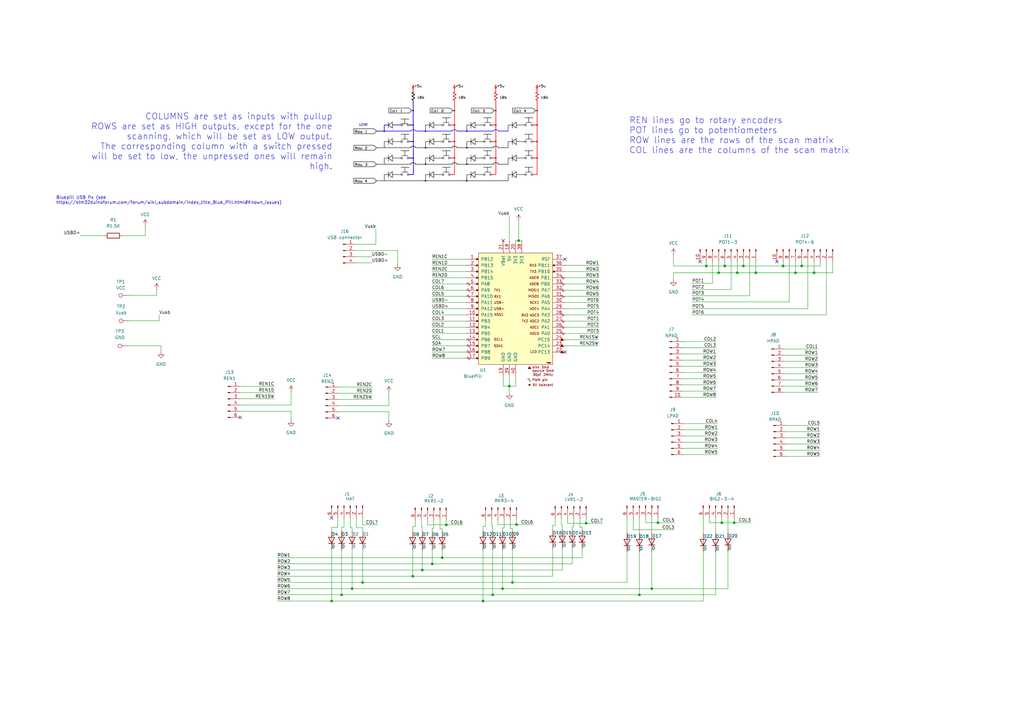
<source format=kicad_sch>
(kicad_sch (version 20211123) (generator eeschema)
  (paper "A3")
  (lib_symbols
    (symbol "Connector:Conn_01x04_Male" (pin_names (offset 1.016) hide)
      (property "Reference" "J" (at 0 5.08 0))
      (property "Value" "Conn_01x04_Male" (at 0 -7.62 0))
      (symbol "Conn_01x04_Male_1_1"
        (polyline (pts (xy 1.27 -5.08) (xy 0.8636 -5.08)) (stroke (width 0.1524)))
        (polyline (pts (xy 1.27 -2.54) (xy 0.8636 -2.54)) (stroke (width 0.1524)))
        (polyline (pts (xy 1.27 0) (xy 0.8636 0)) (stroke (width 0.1524)))
        (polyline (pts (xy 1.27 2.54) (xy 0.8636 2.54)) (stroke (width 0.1524)))
        (rectangle (start 0.8636 -4.953) (end 0 -5.207) (stroke (width 0.1524)) (fill (type outline)))
        (rectangle (start 0.8636 -2.413) (end 0 -2.667) (stroke (width 0.1524)) (fill (type outline)))
        (rectangle (start 0.8636 0.127) (end 0 -0.127) (stroke (width 0.1524)) (fill (type outline)))
        (rectangle (start 0.8636 2.667) (end 0 2.413) (stroke (width 0.1524)) (fill (type outline)))
        (pin passive line (at 5.08 2.54 180) (length 3.81) (name "Pin_1") (number "1"))
        (pin passive line (at 5.08 0 180) (length 3.81) (name "Pin_2") (number "2"))
        (pin passive line (at 5.08 -2.54 180) (length 3.81) (name "Pin_3") (number "3"))
        (pin passive line (at 5.08 -5.08 180) (length 3.81) (name "Pin_4") (number "4"))
      )
    )
    (symbol "Connector:Conn_01x06_Male" (pin_names (offset 1.016) hide)
      (property "Reference" "J" (at 0 7.62 0))
      (property "Value" "Conn_01x06_Male" (at 0 -10.16 0))
      (symbol "Conn_01x06_Male_1_1"
        (polyline (pts (xy 1.27 -7.62) (xy 0.8636 -7.62)) (stroke (width 0.1524)))
        (polyline (pts (xy 1.27 -5.08) (xy 0.8636 -5.08)) (stroke (width 0.1524)))
        (polyline (pts (xy 1.27 -2.54) (xy 0.8636 -2.54)) (stroke (width 0.1524)))
        (polyline (pts (xy 1.27 0) (xy 0.8636 0)) (stroke (width 0.1524)))
        (polyline (pts (xy 1.27 2.54) (xy 0.8636 2.54)) (stroke (width 0.1524)))
        (polyline (pts (xy 1.27 5.08) (xy 0.8636 5.08)) (stroke (width 0.1524)))
        (rectangle (start 0.8636 -7.493) (end 0 -7.747) (stroke (width 0.1524)) (fill (type outline)))
        (rectangle (start 0.8636 -4.953) (end 0 -5.207) (stroke (width 0.1524)) (fill (type outline)))
        (rectangle (start 0.8636 -2.413) (end 0 -2.667) (stroke (width 0.1524)) (fill (type outline)))
        (rectangle (start 0.8636 0.127) (end 0 -0.127) (stroke (width 0.1524)) (fill (type outline)))
        (rectangle (start 0.8636 2.667) (end 0 2.413) (stroke (width 0.1524)) (fill (type outline)))
        (rectangle (start 0.8636 5.207) (end 0 4.953) (stroke (width 0.1524)) (fill (type outline)))
        (pin passive line (at 5.08 5.08 180) (length 3.81) (name "Pin_1") (number "1"))
        (pin passive line (at 5.08 2.54 180) (length 3.81) (name "Pin_2") (number "2"))
        (pin passive line (at 5.08 0 180) (length 3.81) (name "Pin_3") (number "3"))
        (pin passive line (at 5.08 -2.54 180) (length 3.81) (name "Pin_4") (number "4"))
        (pin passive line (at 5.08 -5.08 180) (length 3.81) (name "Pin_5") (number "5"))
        (pin passive line (at 5.08 -7.62 180) (length 3.81) (name "Pin_6") (number "6"))
      )
    )
    (symbol "Connector:Conn_01x08_Male" (pin_names (offset 1.016) hide)
      (property "Reference" "J" (at 0 10.16 0))
      (property "Value" "Conn_01x08_Male" (at 0 -12.7 0))
      (symbol "Conn_01x08_Male_1_1"
        (polyline (pts (xy 1.27 -10.16) (xy 0.8636 -10.16)) (stroke (width 0.1524)))
        (polyline (pts (xy 1.27 -7.62) (xy 0.8636 -7.62)) (stroke (width 0.1524)))
        (polyline (pts (xy 1.27 -5.08) (xy 0.8636 -5.08)) (stroke (width 0.1524)))
        (polyline (pts (xy 1.27 -2.54) (xy 0.8636 -2.54)) (stroke (width 0.1524)))
        (polyline (pts (xy 1.27 0) (xy 0.8636 0)) (stroke (width 0.1524)))
        (polyline (pts (xy 1.27 2.54) (xy 0.8636 2.54)) (stroke (width 0.1524)))
        (polyline (pts (xy 1.27 5.08) (xy 0.8636 5.08)) (stroke (width 0.1524)))
        (polyline (pts (xy 1.27 7.62) (xy 0.8636 7.62)) (stroke (width 0.1524)))
        (rectangle (start 0.8636 -10.033) (end 0 -10.287) (stroke (width 0.1524)) (fill (type outline)))
        (rectangle (start 0.8636 -7.493) (end 0 -7.747) (stroke (width 0.1524)) (fill (type outline)))
        (rectangle (start 0.8636 -4.953) (end 0 -5.207) (stroke (width 0.1524)) (fill (type outline)))
        (rectangle (start 0.8636 -2.413) (end 0 -2.667) (stroke (width 0.1524)) (fill (type outline)))
        (rectangle (start 0.8636 0.127) (end 0 -0.127) (stroke (width 0.1524)) (fill (type outline)))
        (rectangle (start 0.8636 2.667) (end 0 2.413) (stroke (width 0.1524)) (fill (type outline)))
        (rectangle (start 0.8636 5.207) (end 0 4.953) (stroke (width 0.1524)) (fill (type outline)))
        (rectangle (start 0.8636 7.747) (end 0 7.493) (stroke (width 0.1524)) (fill (type outline)))
        (pin passive line (at 5.08 7.62 180) (length 3.81) (name "Pin_1") (number "1"))
        (pin passive line (at 5.08 5.08 180) (length 3.81) (name "Pin_2") (number "2"))
        (pin passive line (at 5.08 2.54 180) (length 3.81) (name "Pin_3") (number "3"))
        (pin passive line (at 5.08 0 180) (length 3.81) (name "Pin_4") (number "4"))
        (pin passive line (at 5.08 -2.54 180) (length 3.81) (name "Pin_5") (number "5"))
        (pin passive line (at 5.08 -5.08 180) (length 3.81) (name "Pin_6") (number "6"))
        (pin passive line (at 5.08 -7.62 180) (length 3.81) (name "Pin_7") (number "7"))
        (pin passive line (at 5.08 -10.16 180) (length 3.81) (name "Pin_8") (number "8"))
      )
    )
    (symbol "Connector:Conn_01x10_Male" (pin_names (offset 1.016) hide)
      (property "Reference" "J" (at 0 12.7 0))
      (property "Value" "Conn_01x10_Male" (at 0 -15.24 0))
      (symbol "Conn_01x10_Male_1_1"
        (polyline (pts (xy 1.27 -12.7) (xy 0.8636 -12.7)) (stroke (width 0.1524)))
        (polyline (pts (xy 1.27 -10.16) (xy 0.8636 -10.16)) (stroke (width 0.1524)))
        (polyline (pts (xy 1.27 -7.62) (xy 0.8636 -7.62)) (stroke (width 0.1524)))
        (polyline (pts (xy 1.27 -5.08) (xy 0.8636 -5.08)) (stroke (width 0.1524)))
        (polyline (pts (xy 1.27 -2.54) (xy 0.8636 -2.54)) (stroke (width 0.1524)))
        (polyline (pts (xy 1.27 0) (xy 0.8636 0)) (stroke (width 0.1524)))
        (polyline (pts (xy 1.27 2.54) (xy 0.8636 2.54)) (stroke (width 0.1524)))
        (polyline (pts (xy 1.27 5.08) (xy 0.8636 5.08)) (stroke (width 0.1524)))
        (polyline (pts (xy 1.27 7.62) (xy 0.8636 7.62)) (stroke (width 0.1524)))
        (polyline (pts (xy 1.27 10.16) (xy 0.8636 10.16)) (stroke (width 0.1524)))
        (rectangle (start 0.8636 -12.573) (end 0 -12.827) (stroke (width 0.1524)) (fill (type outline)))
        (rectangle (start 0.8636 -10.033) (end 0 -10.287) (stroke (width 0.1524)) (fill (type outline)))
        (rectangle (start 0.8636 -7.493) (end 0 -7.747) (stroke (width 0.1524)) (fill (type outline)))
        (rectangle (start 0.8636 -4.953) (end 0 -5.207) (stroke (width 0.1524)) (fill (type outline)))
        (rectangle (start 0.8636 -2.413) (end 0 -2.667) (stroke (width 0.1524)) (fill (type outline)))
        (rectangle (start 0.8636 0.127) (end 0 -0.127) (stroke (width 0.1524)) (fill (type outline)))
        (rectangle (start 0.8636 2.667) (end 0 2.413) (stroke (width 0.1524)) (fill (type outline)))
        (rectangle (start 0.8636 5.207) (end 0 4.953) (stroke (width 0.1524)) (fill (type outline)))
        (rectangle (start 0.8636 7.747) (end 0 7.493) (stroke (width 0.1524)) (fill (type outline)))
        (rectangle (start 0.8636 10.287) (end 0 10.033) (stroke (width 0.1524)) (fill (type outline)))
        (pin passive line (at 5.08 10.16 180) (length 3.81) (name "Pin_1") (number "1"))
        (pin passive line (at 5.08 -12.7 180) (length 3.81) (name "Pin_10") (number "10"))
        (pin passive line (at 5.08 7.62 180) (length 3.81) (name "Pin_2") (number "2"))
        (pin passive line (at 5.08 5.08 180) (length 3.81) (name "Pin_3") (number "3"))
        (pin passive line (at 5.08 2.54 180) (length 3.81) (name "Pin_4") (number "4"))
        (pin passive line (at 5.08 0 180) (length 3.81) (name "Pin_5") (number "5"))
        (pin passive line (at 5.08 -2.54 180) (length 3.81) (name "Pin_6") (number "6"))
        (pin passive line (at 5.08 -5.08 180) (length 3.81) (name "Pin_7") (number "7"))
        (pin passive line (at 5.08 -7.62 180) (length 3.81) (name "Pin_8") (number "8"))
        (pin passive line (at 5.08 -10.16 180) (length 3.81) (name "Pin_9") (number "9"))
      )
    )
    (symbol "Connector:TestPoint" (pin_numbers hide) (pin_names (offset 0.762) hide)
      (property "Reference" "TP" (at 0 6.858 0))
      (property "Value" "TestPoint" (at 0 5.08 0))
      (symbol "TestPoint_0_1"
        (circle (center 0 3.302) (radius 0.762))
      )
      (symbol "TestPoint_1_1"
        (pin passive line (at 0 0 90) (length 2.54) (name "1") (number "1"))
      )
    )
    (symbol "Device:D" (pin_numbers hide) (pin_names (offset 1.016) hide)
      (property "Reference" "D" (at 0 2.54 0))
      (property "Value" "D" (at 0 -2.54 0))
      (symbol "D_0_1"
        (polyline (pts (xy -1.27 1.27) (xy -1.27 -1.27)) (stroke (width 0.254)))
        (polyline (pts (xy 1.27 0) (xy -1.27 0)))
        (polyline (pts (xy 1.27 1.27) (xy 1.27 -1.27) (xy -1.27 0) (xy 1.27 1.27)) (stroke (width 0.254)))
      )
      (symbol "D_1_1"
        (pin passive line (at -3.81 0 0) (length 2.54) (name "K") (number "1"))
        (pin passive line (at 3.81 0 180) (length 2.54) (name "A") (number "2"))
      )
    )
    (symbol "Device:R" (pin_numbers hide) (pin_names (offset 0))
      (property "Reference" "R" (at 2.032 0 90))
      (property "Value" "R" (at 0 0 90))
      (symbol "R_0_1"
        (rectangle (start -1.016 -2.54) (end 1.016 2.54) (stroke (width 0.254)))
      )
      (symbol "R_1_1"
        (pin passive line (at 0 3.81 270) (length 1.27) (name "~") (number "1"))
        (pin passive line (at 0 -3.81 90) (length 1.27) (name "~") (number "2"))
      )
    )
    (symbol "bluepill:YAAJ_BluePill" (pin_names (offset 1.016))
      (property "Reference" "U" (at -13.97 24.13 0))
      (property "Value" "YAAJ_BluePill" (at 0 6.35 90))
      (symbol "YAAJ_BluePill_0_0"
        (circle (center -15.748 -20.32) (radius 0.3556) (fill (type outline)))
        (circle (center -15.748 -17.78) (radius 0.3556) (fill (type outline)))
        (circle (center -15.748 -15.24) (radius 0.3556) (fill (type outline)))
        (circle (center -15.748 -12.7) (radius 0.3556) (fill (type outline)))
        (circle (center -15.748 -10.16) (radius 0.3556) (fill (type outline)))
        (circle (center -15.748 -7.62) (radius 0.3556) (fill (type outline)))
        (circle (center -15.748 -5.08) (radius 0.3556) (fill (type outline)))
        (circle (center -15.748 -2.54) (radius 0.3556) (fill (type outline)))
        (circle (center -15.748 0) (radius 0.3556) (fill (type outline)))
        (circle (center -15.748 2.54) (radius 0.3556) (fill (type outline)))
        (circle (center -15.748 5.08) (radius 0.3556) (fill (type outline)))
        (circle (center -15.748 7.62) (radius 0.3556) (fill (type outline)))
        (circle (center -15.748 10.16) (radius 0.3556) (fill (type outline)))
        (circle (center -15.748 12.7) (radius 0.3556) (fill (type outline)))
        (circle (center -15.748 15.24) (radius 0.3556) (fill (type outline)))
        (circle (center -15.748 20.32) (radius 0.3556) (fill (type outline)))
        (polyline (pts (xy 5.08 -24.638) (xy 5.715 -23.622) (xy 6.35 -24.638) (xy 5.08 -24.638) (xy 5.715 -23.749) (xy 6.223 -24.638) (xy 5.207 -24.511) (xy 5.715 -23.876) (xy 6.096 -24.638) (xy 5.334 -24.384) (xy 5.842 -24.003) (xy 5.969 -24.638) (xy 5.461 -24.257) (xy 5.969 -24.13) (xy 5.842 -24.511) (xy 5.588 -24.257) (xy 5.842 -24.384) (xy 5.715 -24.13)))
        (polyline (pts (xy 18.415 -18.161) (xy 19.05 -17.145) (xy 19.685 -18.161) (xy 18.415 -18.161) (xy 19.05 -17.272) (xy 19.558 -18.161) (xy 18.542 -18.034) (xy 19.05 -17.399) (xy 19.431 -18.161) (xy 18.669 -17.907) (xy 19.177 -17.526) (xy 19.304 -18.161) (xy 18.796 -17.78) (xy 19.304 -17.653) (xy 19.177 -18.034) (xy 18.923 -17.78) (xy 19.177 -17.907) (xy 19.05 -17.653)))
        (polyline (pts (xy 18.415 -15.621) (xy 19.05 -14.605) (xy 19.685 -15.621) (xy 18.415 -15.621) (xy 19.05 -14.732) (xy 19.558 -15.621) (xy 18.542 -15.494) (xy 19.05 -14.859) (xy 19.431 -15.621) (xy 18.669 -15.367) (xy 19.177 -14.986) (xy 19.304 -15.621) (xy 18.796 -15.24) (xy 19.304 -15.113) (xy 19.177 -15.494) (xy 18.923 -15.24) (xy 19.177 -15.367) (xy 19.05 -15.113)))
        (polyline (pts (xy 18.415 -13.081) (xy 19.05 -12.065) (xy 19.685 -13.081) (xy 18.415 -13.081) (xy 19.05 -12.192) (xy 19.558 -13.081) (xy 18.542 -12.954) (xy 19.05 -12.319) (xy 19.431 -13.081) (xy 18.669 -12.827) (xy 19.177 -12.446) (xy 19.304 -13.081) (xy 18.796 -12.7) (xy 19.304 -12.573) (xy 19.177 -12.954) (xy 18.923 -12.7) (xy 19.177 -12.827) (xy 19.05 -12.573)))
        (circle (center 5.715 -31.242) (radius 0.127) (fill (type outline)))
        (circle (center 5.715 -31.242) (radius 0.254))
        (circle (center 5.715 -31.242) (radius 0.3556))
        (circle (center 15.748 15.24) (radius 0.254) (fill (type outline)))
        (circle (center 15.748 15.24) (radius 0.3556))
        (circle (center 15.748 17.78) (radius 0.254) (fill (type outline)))
        (circle (center 15.748 17.78) (radius 0.3556))
        (text "30pF 2MHz" (at 11.176 -27.051 0) (effects (font (size 0.9906 0.9906))))
        (text "5V tolerant" (at 11.176 -31.242 0) (effects (font (size 0.9906 0.9906))))
        (text "ADC0" (at 7.747 -10.16 0) (effects (font (size 0.9906 0.9906))))
        (text "ADC1" (at 7.747 -7.62 0) (effects (font (size 0.9906 0.9906))))
        (text "ADC2" (at 7.747 -5.08 0) (effects (font (size 0.9906 0.9906))))
        (text "ADC3" (at 7.747 -2.667 0) (effects (font (size 0.9906 0.9906))))
        (text "ADC4" (at 7.747 0 0) (effects (font (size 0.9906 0.9906))))
        (text "ADC8" (at 7.62 10.16 0) (effects (font (size 0.9906 0.9906))))
        (text "ADC9" (at 7.62 12.7 0) (effects (font (size 0.9906 0.9906))))
        (text "LED" (at 7.366 -17.653 0) (effects (font (size 0.9906 0.9906))))
        (text "MISO1" (at 7.493 5.08 0) (effects (font (size 0.9906 0.9906))))
        (text "MOSI1" (at 7.493 7.62 0) (effects (font (size 0.9906 0.9906))))
        (text "NSS1" (at -6.858 -2.413 0) (effects (font (size 0.9906 0.9906))))
        (text "PWM pin" (at 10.033 -29.21 0) (effects (font (size 0.9906 0.9906))))
        (text "RX1" (at -7.366 4.953 0) (effects (font (size 0.9906 0.9906))))
        (text "RX2" (at 3.81 -2.667 0) (effects (font (size 0.9906 0.9906))))
        (text "RX3" (at 7.112 17.78 0) (effects (font (size 0.9906 0.9906))))
        (text "SCK1" (at 7.747 2.54 0) (effects (font (size 0.9906 0.9906))))
        (text "SCL1" (at -6.985 -12.573 0) (effects (font (size 0.9906 0.9906))))
        (text "SDA1" (at -6.985 -15.24 0) (effects (font (size 0.9906 0.9906))))
        (text "sink 3mA" (at 10.287 -24.003 0) (effects (font (size 0.9906 0.9906))))
        (text "source 0mA" (at 11.303 -25.4 0) (effects (font (size 0.9906 0.9906))))
        (text "TX1" (at -7.493 7.62 0) (effects (font (size 0.9906 0.9906))))
        (text "TX2" (at 3.81 -5.08 0) (effects (font (size 0.9906 0.9906))))
        (text "TX3" (at 7.239 15.24 0) (effects (font (size 0.9906 0.9906))))
        (text "USB+" (at -6.731 0 0) (effects (font (size 0.9906 0.9906))))
        (text "USB-" (at -6.731 2.54 0) (effects (font (size 0.9906 0.9906))))
        (text "Y@@J" (at 13.6906 -22.1488 0) (effects (font (size 0.508 0.508))))
      )
      (symbol "YAAJ_BluePill_0_1"
        (rectangle (start -15.24 22.86) (end 15.24 -22.86) (fill (type background)))
        (polyline (pts (xy -18.796 -20.32) (xy -18.796 -20.828) (xy -19.304 -20.828) (xy -19.304 -19.812) (xy -19.812 -19.812) (xy -19.812 -20.32)))
        (polyline (pts (xy -18.796 -17.78) (xy -18.796 -18.288) (xy -19.304 -18.288) (xy -19.304 -17.272) (xy -19.812 -17.272) (xy -19.812 -17.78)))
        (polyline (pts (xy -18.796 -15.24) (xy -18.796 -15.748) (xy -19.304 -15.748) (xy -19.304 -14.732) (xy -19.812 -14.732) (xy -19.812 -15.24)))
        (polyline (pts (xy -18.796 -12.7) (xy -18.796 -13.208) (xy -19.304 -13.208) (xy -19.304 -12.192) (xy -19.812 -12.192) (xy -19.812 -12.7)))
        (polyline (pts (xy -18.796 5.08) (xy -18.796 4.572) (xy -19.304 4.572) (xy -19.304 5.588) (xy -19.812 5.588) (xy -19.812 5.08)))
        (polyline (pts (xy -18.796 7.62) (xy -18.796 7.112) (xy -19.304 7.112) (xy -19.304 8.128) (xy -19.812 8.128) (xy -19.812 7.62)))
        (polyline (pts (xy -18.796 10.16) (xy -18.796 9.652) (xy -19.304 9.652) (xy -19.304 10.668) (xy -19.812 10.668) (xy -19.812 10.16)))
        (polyline (pts (xy 6.096 -29.21) (xy 6.096 -29.718) (xy 5.588 -29.718) (xy 5.588 -28.702) (xy 5.08 -28.702) (xy 5.08 -29.21)))
        (polyline (pts (xy 19.812 -10.16) (xy 19.812 -10.668) (xy 19.304 -10.668) (xy 19.304 -9.652) (xy 18.796 -9.652) (xy 18.796 -10.16)))
        (polyline (pts (xy 19.812 -7.62) (xy 19.812 -8.128) (xy 19.304 -8.128) (xy 19.304 -7.112) (xy 18.796 -7.112) (xy 18.796 -7.62)))
        (polyline (pts (xy 19.812 -5.08) (xy 19.812 -5.588) (xy 19.304 -5.588) (xy 19.304 -4.572) (xy 18.796 -4.572) (xy 18.796 -5.08)))
        (polyline (pts (xy 19.812 -2.54) (xy 19.812 -3.048) (xy 19.304 -3.048) (xy 19.304 -2.032) (xy 18.796 -2.032) (xy 18.796 -2.54)))
        (polyline (pts (xy 19.812 5.08) (xy 19.812 4.572) (xy 19.304 4.572) (xy 19.304 5.588) (xy 18.796 5.588) (xy 18.796 5.08)))
        (polyline (pts (xy 19.812 7.62) (xy 19.812 7.112) (xy 19.304 7.112) (xy 19.304 8.128) (xy 18.796 8.128) (xy 18.796 7.62)))
        (polyline (pts (xy 19.812 10.16) (xy 19.812 9.652) (xy 19.304 9.652) (xy 19.304 10.668) (xy 18.796 10.668) (xy 18.796 10.16)))
        (polyline (pts (xy 19.812 12.7) (xy 19.812 12.192) (xy 19.304 12.192) (xy 19.304 13.208) (xy 18.796 13.208) (xy 18.796 12.7)))
      )
      (symbol "YAAJ_BluePill_1_1"
        (circle (center -15.748 17.78) (radius 0.3556) (fill (type outline)))
        (pin bidirectional line (at -20.32 20.32 0) (length 5.08) (name "PB12") (number "1"))
        (pin bidirectional line (at -20.32 -2.54 0) (length 5.08) (name "PA15") (number "10"))
        (pin bidirectional line (at -20.32 -5.08 0) (length 5.08) (name "PB3") (number "11"))
        (pin bidirectional line (at -20.32 -7.62 0) (length 5.08) (name "PB4") (number "12"))
        (pin bidirectional line (at -20.32 -10.16 0) (length 5.08) (name "PB5") (number "13"))
        (pin bidirectional line (at -20.32 -12.7 0) (length 5.08) (name "PB6") (number "14"))
        (pin bidirectional line (at -20.32 -15.24 0) (length 5.08) (name "PB7") (number "15"))
        (pin bidirectional line (at -20.32 -17.78 0) (length 5.08) (name "PB8") (number "16"))
        (pin bidirectional line (at -20.32 -20.32 0) (length 5.08) (name "PB9") (number "17"))
        (pin power_in line (at -2.54 27.94 270) (length 5.08) (name "5V") (number "18"))
        (pin power_in line (at -5.08 -27.94 90) (length 5.08) (name "GND") (number "19"))
        (pin bidirectional line (at -20.32 17.78 0) (length 5.08) (name "PB13") (number "2"))
        (pin power_in line (at 0 27.94 270) (length 5.08) (name "3V3") (number "20"))
        (pin power_in line (at -5.08 27.94 270) (length 5.08) (name "VBat") (number "21"))
        (pin bidirectional line (at 20.32 -17.78 180) (length 5.08) (name "PC13") (number "22"))
        (pin bidirectional line (at 20.32 -15.24 180) (length 5.08) (name "PC14") (number "23"))
        (pin bidirectional line (at 20.32 -12.7 180) (length 5.08) (name "PC15") (number "24"))
        (pin bidirectional line (at 20.32 -10.16 180) (length 5.08) (name "PA0") (number "25"))
        (pin bidirectional line (at 20.32 -7.62 180) (length 5.08) (name "PA1") (number "26"))
        (pin bidirectional line (at 20.32 -5.08 180) (length 5.08) (name "PA2") (number "27"))
        (pin bidirectional line (at 20.32 -2.54 180) (length 5.08) (name "PA3") (number "28"))
        (pin bidirectional line (at 20.32 0 180) (length 5.08) (name "PA4") (number "29"))
        (pin bidirectional line (at -20.32 15.24 0) (length 5.08) (name "PB14") (number "3"))
        (pin bidirectional line (at 20.32 2.54 180) (length 5.08) (name "PA5") (number "30"))
        (pin bidirectional line (at 20.32 5.08 180) (length 5.08) (name "PA6") (number "31"))
        (pin bidirectional line (at 20.32 7.62 180) (length 5.08) (name "PA7") (number "32"))
        (pin bidirectional line (at 20.32 10.16 180) (length 5.08) (name "PB0") (number "33"))
        (pin bidirectional line (at 20.32 12.7 180) (length 5.08) (name "PB1") (number "34"))
        (pin bidirectional line (at 20.32 15.24 180) (length 5.08) (name "PB10") (number "35"))
        (pin bidirectional line (at 20.32 17.78 180) (length 5.08) (name "PB11") (number "36"))
        (pin input line (at 20.32 20.32 180) (length 5.08) (name "RST") (number "37"))
        (pin power_in line (at 2.54 27.94 270) (length 5.08) (name "3V3") (number "38"))
        (pin power_in line (at -2.54 -27.94 90) (length 5.08) (name "GND") (number "39"))
        (pin bidirectional line (at -20.32 12.7 0) (length 5.08) (name "PB15") (number "4"))
        (pin power_in line (at 0 -27.94 90) (length 5.08) (name "GND") (number "40"))
        (pin bidirectional line (at -20.32 10.16 0) (length 5.08) (name "PA8") (number "5"))
        (pin bidirectional line (at -20.32 7.62 0) (length 5.08) (name "PA9") (number "6"))
        (pin bidirectional line (at -20.32 5.08 0) (length 5.08) (name "PA10") (number "7"))
        (pin bidirectional line (at -20.32 2.54 0) (length 5.08) (name "PA11") (number "8"))
        (pin bidirectional line (at -20.32 0 0) (length 5.08) (name "PA12") (number "9"))
      )
    )
    (symbol "power:GND" (power) (pin_names (offset 0))
      (property "Value" "GND" (at 0 -3.81 0))
      (symbol "GND_0_1"
        (polyline (pts (xy 0 0) (xy 0 -1.27) (xy 1.27 -1.27) (xy 0 -2.54) (xy -1.27 -1.27) (xy 0 -1.27)))
      )
      (symbol "GND_1_1"
        (pin power_in line (at 0 0 270) (length 0) hide (name "GND") (number "1"))
      )
    )
    (symbol "power:VCC" (power) (pin_names (offset 0))
      (property "Value" "VCC" (at 0 3.81 0))
      (symbol "VCC_0_1"
        (polyline (pts (xy -0.762 1.27) (xy 0 2.54)))
        (polyline (pts (xy 0 0) (xy 0 2.54)))
        (polyline (pts (xy 0 2.54) (xy 0.762 1.27)))
      )
      (symbol "VCC_1_1"
        (pin power_in line (at 0 0 90) (length 0) hide (name "VCC") (number "1"))
      )
    )
  )
  (junction (at 294.767 111.887))
  (junction (at 304.927 109.093))
  (junction (at 212.725 98.679))
  (junction (at 210.185 238.887))
  (junction (at 136.017 246.507))
  (junction (at 297.307 109.093))
  (junction (at 321.183 109.093))
  (junction (at 202.057 243.967))
  (junction (at 301.117 214.376))
  (junction (at 326.263 111.887))
  (junction (at 296.037 214.376))
  (junction (at 169.291 236.347))
  (junction (at 148.717 238.887))
  (junction (at 173.228 233.807))
  (junction (at 206.121 241.427))
  (junction (at 144.399 241.427))
  (junction (at 208.915 158.369))
  (junction (at 267.335 241.427))
  (junction (at 328.803 109.093))
  (junction (at 262.255 243.967))
  (junction (at 211.836 215.138))
  (junction (at 310.007 111.887))
  (junction (at 269.875 214.376))
  (junction (at 333.883 111.887))
  (junction (at 302.387 111.887))
  (junction (at 198.12 246.507))
  (junction (at 140.081 243.967))
  (junction (at 240.411 214.63))
  (junction (at 289.687 109.093))
  (junction (at 181.356 228.727))
  (junction (at 183.007 215.265))
  (junction (at 177.292 231.267))
  (no_connect (at 138.684 171.45))
  (no_connect (at 231.775 144.399))
  (no_connect (at 231.775 106.299))
  (no_connect (at 206.375 98.679))
  (no_connect (at 318.643 107.315))
  (no_connect (at 136.017 212.471))
  (no_connect (at 98.552 171.196))
  (no_connect (at 287.147 107.315))
  (wire (pts (xy 259.715 212.471) (xy 259.715 217.297)))
  (wire (pts (xy 177.927 216.662) (xy 177.292 216.662)))
  (wire (pts (xy 294.767 107.315) (xy 294.767 111.887)))
  (wire (pts (xy 32.9475 96.647) (xy 32.9475 96.5011)))
  (wire (pts (xy 138.684 158.75) (xy 152.654 158.75)))
  (wire (pts (xy 257.175 238.887) (xy 210.185 238.887)))
  (wire (pts (xy 113.665 243.967) (xy 140.081 243.967)))
  (wire (pts (xy 198.12 225.425) (xy 198.12 246.507)))
  (wire (pts (xy 333.883 111.887) (xy 341.503 111.887)))
  (wire (pts (xy 298.577 226.06) (xy 298.577 241.427)))
  (wire (pts (xy 294.767 111.887) (xy 302.387 111.887)))
  (wire (pts (xy 177.292 216.662) (xy 177.292 217.932)))
  (wire (pts (xy 237.871 216.281) (xy 238.76 216.281)))
  (wire (pts (xy 212.725 98.679) (xy 213.995 98.679)))
  (wire (pts (xy 321.564 155.829) (xy 335.534 155.829)))
  (wire (pts (xy 336.423 109.093) (xy 328.803 109.093)))
  (wire (pts (xy 177.165 139.319) (xy 191.135 139.319)))
  (wire (pts (xy 230.632 224.917) (xy 230.632 233.807)))
  (wire (pts (xy 173.228 216.027) (xy 173.228 217.932)))
  (wire (pts (xy 209.296 213.233) (xy 209.296 216.789)))
  (wire (pts (xy 113.665 231.267) (xy 177.292 231.267)))
  (wire (pts (xy 323.723 123.825) (xy 283.845 123.825)))
  (wire (pts (xy 262.255 226.314) (xy 262.255 243.967)))
  (wire (pts (xy 304.927 107.315) (xy 304.927 109.093)))
  (wire (pts (xy 201.676 213.233) (xy 201.676 215.9)))
  (wire (pts (xy 279.781 162.941) (xy 293.751 162.941)))
  (wire (pts (xy 231.775 111.379) (xy 245.745 111.379)))
  (wire (pts (xy 288.417 246.507) (xy 198.12 246.507)))
  (wire (pts (xy 202.057 243.967) (xy 262.255 243.967)))
  (wire (pts (xy 267.335 241.427) (xy 298.577 241.427)))
  (wire (pts (xy 321.183 107.315) (xy 321.183 109.093)))
  (wire (pts (xy 143.637 212.471) (xy 143.637 216.408)))
  (wire (pts (xy 206.375 158.369) (xy 206.375 154.559)))
  (wire (pts (xy 113.665 233.807) (xy 173.228 233.807)))
  (wire (pts (xy 331.343 126.619) (xy 283.845 126.619)))
  (wire (pts (xy 321.564 148.209) (xy 335.534 148.209)))
  (wire (pts (xy 173.228 233.807) (xy 230.632 233.807)))
  (wire (pts (xy 141.097 212.471) (xy 141.097 216.281)))
  (wire (pts (xy 169.291 236.347) (xy 226.695 236.347)))
  (wire (pts (xy 138.557 212.471) (xy 138.557 216.281)))
  (wire (pts (xy 113.665 238.887) (xy 148.717 238.887)))
  (wire (pts (xy 310.007 107.315) (xy 310.007 111.887)))
  (wire (pts (xy 145.796 107.823) (xy 152.4 107.823)))
  (wire (pts (xy 119.38 168.656) (xy 119.38 172.339)))
  (wire (pts (xy 280.416 181.356) (xy 294.386 181.356)))
  (wire (pts (xy 210.185 225.425) (xy 210.185 238.887)))
  (wire (pts (xy 173.228 225.552) (xy 173.228 233.807)))
  (wire (pts (xy 296.037 214.376) (xy 290.957 214.376)))
  (wire (pts (xy 177.165 144.399) (xy 191.135 144.399)))
  (wire (pts (xy 240.411 212.725) (xy 240.411 214.63)))
  (wire (pts (xy 198.12 215.9) (xy 198.12 217.805)))
  (wire (pts (xy 65.278 131.572) (xy 65.278 129.159)))
  (wire (pts (xy 231.775 124.079) (xy 245.745 124.079)))
  (wire (pts (xy 177.165 113.919) (xy 191.135 113.919)))
  (wire (pts (xy 307.467 107.315) (xy 307.467 121.285)))
  (wire (pts (xy 212.725 98.679) (xy 212.725 90.551)))
  (wire (pts (xy 302.387 107.315) (xy 302.387 111.887)))
  (wire (pts (xy 234.696 216.027) (xy 234.696 217.297)))
  (wire (pts (xy 138.684 161.29) (xy 152.654 161.29)))
  (wire (pts (xy 289.687 109.093) (xy 276.225 109.093)))
  (wire (pts (xy 237.871 212.725) (xy 237.871 216.281)))
  (wire (pts (xy 231.775 131.699) (xy 245.745 131.699)))
  (wire (pts (xy 238.76 216.281) (xy 238.76 217.297)))
  (wire (pts (xy 98.552 163.576) (xy 112.522 163.576)))
  (wire (pts (xy 159.512 168.91) (xy 159.512 172.593)))
  (wire (pts (xy 331.343 107.315) (xy 331.343 126.619)))
  (wire (pts (xy 302.387 111.887) (xy 310.007 111.887)))
  (wire (pts (xy 307.467 121.285) (xy 283.845 121.285)))
  (wire (pts (xy 113.665 228.727) (xy 181.356 228.727)))
  (wire (pts (xy 177.165 136.779) (xy 191.135 136.779)))
  (wire (pts (xy 206.756 213.233) (xy 206.756 216.535)))
  (wire (pts (xy 230.632 215.392) (xy 230.632 217.297)))
  (wire (pts (xy 170.307 216.027) (xy 169.291 216.027)))
  (wire (pts (xy 257.175 212.471) (xy 257.175 218.694)))
  (wire (pts (xy 276.225 109.093) (xy 276.225 104.521)))
  (wire (pts (xy 159.512 166.37) (xy 159.512 161.036)))
  (wire (pts (xy 199.136 215.9) (xy 198.12 215.9)))
  (wire (pts (xy 231.775 141.859) (xy 245.491 141.859)))
  (wire (pts (xy 276.733 214.376) (xy 269.875 214.376)))
  (wire (pts (xy 146.177 216.408) (xy 148.717 216.408)))
  (wire (pts (xy 177.165 116.459) (xy 191.135 116.459)))
  (wire (pts (xy 204.216 215.138) (xy 204.216 213.233)))
  (wire (pts (xy 177.165 124.079) (xy 191.135 124.079)))
  (wire (pts (xy 231.775 108.839) (xy 245.745 108.839)))
  (wire (pts (xy 140.081 225.425) (xy 140.081 243.967)))
  (wire (pts (xy 231.775 134.239) (xy 245.745 134.239)))
  (wire (pts (xy 148.717 215.265) (xy 155.067 215.265)))
  (wire (pts (xy 98.552 161.036) (xy 112.522 161.036)))
  (wire (pts (xy 323.723 107.315) (xy 323.723 123.825)))
  (wire (pts (xy 279.781 152.781) (xy 293.751 152.781)))
  (wire (pts (xy 145.796 102.743) (xy 163.068 102.743)))
  (wire (pts (xy 140.081 243.967) (xy 202.057 243.967)))
  (wire (pts (xy 177.927 213.36) (xy 177.927 216.662)))
  (wire (pts (xy 181.356 216.916) (xy 181.356 217.932)))
  (wire (pts (xy 338.963 107.315) (xy 338.963 129.159)))
  (wire (pts (xy 279.781 145.161) (xy 293.751 145.161)))
  (wire (pts (xy 181.356 228.727) (xy 238.76 228.727)))
  (wire (pts (xy 279.781 142.621) (xy 293.751 142.621)))
  (wire (pts (xy 322.326 177.038) (xy 336.296 177.038)))
  (wire (pts (xy 144.399 225.425) (xy 144.399 241.427)))
  (wire (pts (xy 231.775 129.159) (xy 245.745 129.159)))
  (wire (pts (xy 321.564 143.129) (xy 335.534 143.129)))
  (wire (pts (xy 264.795 214.376) (xy 269.875 214.376)))
  (wire (pts (xy 264.795 212.471) (xy 264.795 214.376)))
  (wire (pts (xy 226.695 215.392) (xy 226.695 217.297)))
  (wire (pts (xy 336.423 107.315) (xy 336.423 109.093)))
  (wire (pts (xy 64.262 121.158) (xy 64.262 118.745)))
  (wire (pts (xy 299.847 107.315) (xy 299.847 118.745)))
  (wire (pts (xy 262.255 243.967) (xy 293.497 243.967)))
  (wire (pts (xy 177.165 131.699) (xy 191.135 131.699)))
  (wire (pts (xy 177.165 134.239) (xy 191.135 134.239)))
  (wire (pts (xy 247.269 214.63) (xy 240.411 214.63)))
  (wire (pts (xy 172.847 216.027) (xy 173.228 216.027)))
  (wire (pts (xy 322.326 184.658) (xy 336.296 184.658)))
  (wire (pts (xy 259.715 217.297) (xy 276.606 217.297)))
  (wire (pts (xy 177.165 146.939) (xy 191.135 146.939)))
  (wire (pts (xy 208.915 98.679) (xy 208.915 88.519)))
  (wire (pts (xy 231.775 121.539) (xy 245.745 121.539)))
  (wire (pts (xy 206.121 216.535) (xy 206.121 217.805)))
  (wire (pts (xy 301.117 212.471) (xy 301.117 214.376)))
  (wire (pts (xy 175.387 215.265) (xy 175.387 213.36)))
  (wire (pts (xy 208.915 158.369) (xy 211.455 158.369)))
  (wire (pts (xy 321.564 150.749) (xy 335.534 150.749)))
  (wire (pts (xy 169.291 225.552) (xy 169.291 236.347)))
  (wire (pts (xy 145.796 100.203) (xy 154.178 100.203)))
  (wire (pts (xy 231.775 116.459) (xy 245.745 116.459)))
  (wire (pts (xy 235.331 216.027) (xy 234.696 216.027)))
  (wire (pts (xy 177.165 111.379) (xy 191.135 111.379)))
  (wire (pts (xy 136.017 216.281) (xy 136.017 217.805)))
  (wire (pts (xy 59.563 96.647) (xy 50.292 96.647)))
  (wire (pts (xy 231.775 136.779) (xy 245.745 136.779)))
  (wire (pts (xy 232.791 214.63) (xy 232.791 212.725)))
  (wire (pts (xy 206.121 241.427) (xy 267.335 241.427)))
  (wire (pts (xy 209.296 216.789) (xy 210.185 216.789)))
  (wire (pts (xy 202.057 215.9) (xy 202.057 217.805)))
  (wire (pts (xy 148.717 238.887) (xy 210.185 238.887)))
  (wire (pts (xy 321.183 109.093) (xy 304.927 109.093)))
  (wire (pts (xy 328.803 109.093) (xy 321.183 109.093)))
  (wire (pts (xy 235.331 212.725) (xy 235.331 216.027)))
  (wire (pts (xy 177.165 108.839) (xy 191.135 108.839)))
  (wire (pts (xy 211.455 158.369) (xy 211.455 154.559)))
  (wire (pts (xy 276.225 111.887) (xy 276.225 114.681)))
  (wire (pts (xy 293.497 212.471) (xy 293.497 218.694)))
  (wire (pts (xy 240.411 214.63) (xy 232.791 214.63)))
  (wire (pts (xy 136.017 225.425) (xy 136.017 246.507)))
  (wire (pts (xy 262.255 212.471) (xy 262.255 218.694)))
  (wire (pts (xy 322.326 174.498) (xy 336.296 174.498)))
  (wire (pts (xy 208.915 161.163) (xy 208.915 158.369)))
  (wire (pts (xy 279.781 140.081) (xy 293.751 140.081)))
  (wire (pts (xy 231.775 118.999) (xy 245.745 118.999)))
  (wire (pts (xy 183.007 213.36) (xy 183.007 215.265)))
  (wire (pts (xy 170.307 213.36) (xy 170.307 216.027)))
  (wire (pts (xy 276.225 111.887) (xy 294.767 111.887)))
  (wire (pts (xy 52.832 121.158) (xy 64.262 121.158)))
  (wire (pts (xy 280.416 183.896) (xy 294.386 183.896)))
  (wire (pts (xy 163.068 102.743) (xy 163.068 108.458)))
  (wire (pts (xy 210.185 216.789) (xy 210.185 217.805)))
  (wire (pts (xy 293.497 243.967) (xy 293.497 226.314)))
  (wire (pts (xy 177.165 106.299) (xy 191.135 106.299)))
  (wire (pts (xy 177.165 141.859) (xy 191.135 141.859)))
  (wire (pts (xy 227.711 212.725) (xy 227.711 215.392)))
  (wire (pts (xy 143.637 216.408) (xy 144.399 216.408)))
  (wire (pts (xy 297.307 109.093) (xy 289.687 109.093)))
  (wire (pts (xy 280.416 176.276) (xy 294.386 176.276)))
  (wire (pts (xy 202.057 225.425) (xy 202.057 243.967)))
  (wire (pts (xy 177.165 121.539) (xy 191.135 121.539)))
  (wire (pts (xy 321.564 145.669) (xy 335.534 145.669)))
  (wire (pts (xy 148.717 216.408) (xy 148.717 217.805)))
  (wire (pts (xy 208.915 158.369) (xy 206.375 158.369)))
  (wire (pts (xy 208.915 154.559) (xy 208.915 158.369)))
  (wire (pts (xy 201.676 215.9) (xy 202.057 215.9)))
  (wire (pts (xy 140.081 216.281) (xy 140.081 217.805)))
  (wire (pts (xy 310.007 111.887) (xy 326.263 111.887)))
  (wire (pts (xy 52.959 131.572) (xy 65.278 131.572)))
  (wire (pts (xy 42.672 96.647) (xy 32.9475 96.647)))
  (wire (pts (xy 292.227 116.205) (xy 283.845 116.205)))
  (wire (pts (xy 177.292 231.267) (xy 234.696 231.267)))
  (wire (pts (xy 298.577 212.471) (xy 298.577 218.44)))
  (wire (pts (xy 231.775 139.319) (xy 245.491 139.319)))
  (wire (pts (xy 288.417 212.471) (xy 288.417 218.694)))
  (wire (pts (xy 231.775 113.919) (xy 245.745 113.919)))
  (wire (pts (xy 288.417 226.314) (xy 288.417 246.507)))
  (wire (pts (xy 234.696 224.917) (xy 234.696 231.267)))
  (wire (pts (xy 322.326 187.198) (xy 336.296 187.198)))
  (wire (pts (xy 136.017 246.507) (xy 198.12 246.507)))
  (wire (pts (xy 189.865 215.265) (xy 183.007 215.265)))
  (wire (pts (xy 211.455 98.679) (xy 212.725 98.679)))
  (wire (pts (xy 304.927 109.093) (xy 297.307 109.093)))
  (wire (pts (xy 333.883 107.315) (xy 333.883 111.887)))
  (wire (pts (xy 98.552 168.656) (xy 119.38 168.656)))
  (wire (pts (xy 66.04 141.859) (xy 66.04 144.272)))
  (wire (pts (xy 321.564 160.909) (xy 335.534 160.909)))
  (wire (pts (xy 230.251 212.725) (xy 230.251 215.392)))
  (wire (pts (xy 206.121 225.425) (xy 206.121 241.427)))
  (wire (pts (xy 113.665 246.507) (xy 136.017 246.507)))
  (wire (pts (xy 296.037 212.471) (xy 296.037 214.376)))
  (wire (pts (xy 322.326 179.578) (xy 336.296 179.578)))
  (wire (pts (xy 177.165 126.619) (xy 191.135 126.619)))
  (wire (pts (xy 326.263 111.887) (xy 333.883 111.887)))
  (wire (pts (xy 183.007 215.265) (xy 175.387 215.265)))
  (wire (pts (xy 211.836 215.138) (xy 204.216 215.138)))
  (wire (pts (xy 169.291 216.027) (xy 169.291 217.932)))
  (wire (pts (xy 257.175 226.314) (xy 257.175 238.887)))
  (wire (pts (xy 227.711 215.392) (xy 226.695 215.392)))
  (wire (pts (xy 289.687 107.315) (xy 289.687 109.093)))
  (wire (pts (xy 113.665 236.347) (xy 169.291 236.347)))
  (wire (pts (xy 279.781 160.401) (xy 293.751 160.401)))
  (wire (pts (xy 138.684 168.91) (xy 159.512 168.91)))
  (wire (pts (xy 297.307 107.315) (xy 297.307 109.093)))
  (wire (pts (xy 279.781 147.701) (xy 293.751 147.701)))
  (wire (pts (xy 326.263 107.315) (xy 326.263 111.887)))
  (wire (pts (xy 177.165 129.159) (xy 191.135 129.159)))
  (wire (pts (xy 280.416 178.816) (xy 294.386 178.816)))
  (wire (pts (xy 211.836 213.233) (xy 211.836 215.138)))
  (wire (pts (xy 180.467 216.916) (xy 181.356 216.916)))
  (wire (pts (xy 279.781 150.241) (xy 293.751 150.241)))
  (wire (pts (xy 113.665 241.427) (xy 144.399 241.427)))
  (wire (pts (xy 280.416 186.436) (xy 294.386 186.436)))
  (wire (pts (xy 226.695 224.917) (xy 226.695 236.347)))
  (wire (pts (xy 138.684 166.37) (xy 159.512 166.37)))
  (wire (pts (xy 338.963 129.159) (xy 283.845 129.159)))
  (wire (pts (xy 292.227 107.315) (xy 292.227 116.205)))
  (wire (pts (xy 307.975 214.376) (xy 301.117 214.376)))
  (wire (pts (xy 299.847 118.745) (xy 283.845 118.745)))
  (wire (pts (xy 145.796 105.283) (xy 152.4 105.283)))
  (wire (pts (xy 98.552 166.116) (xy 119.38 166.116)))
  (wire (pts (xy 322.326 182.118) (xy 336.296 182.118)))
  (wire (pts (xy 321.564 153.289) (xy 335.534 153.289)))
  (wire (pts (xy 290.957 214.376) (xy 290.957 212.471)))
  (wire (pts (xy 177.165 118.999) (xy 191.135 118.999)))
  (wire (pts (xy 267.335 226.06) (xy 267.335 241.427)))
  (wire (pts (xy 52.451 141.859) (xy 66.04 141.859)))
  (wire (pts (xy 148.717 225.425) (xy 148.717 238.887)))
  (wire (pts (xy 146.177 212.471) (xy 146.177 216.408)))
  (wire (pts (xy 321.564 158.369) (xy 335.534 158.369)))
  (wire (pts (xy 148.717 212.471) (xy 148.717 215.265)))
  (wire (pts (xy 328.803 107.315) (xy 328.803 109.093)))
  (wire (pts (xy 177.292 225.552) (xy 177.292 231.267)))
  (wire (pts (xy 181.356 225.552) (xy 181.356 228.727)))
  (wire (pts (xy 144.399 241.427) (xy 206.121 241.427)))
  (wire (pts (xy 138.557 216.281) (xy 136.017 216.281)))
  (wire (pts (xy 341.503 111.887) (xy 341.503 107.315)))
  (wire (pts (xy 267.335 212.471) (xy 267.335 218.44)))
  (wire (pts (xy 59.563 92.583) (xy 59.563 96.647)))
  (wire (pts (xy 119.38 166.116) (xy 119.38 160.782)))
  (wire (pts (xy 141.097 216.281) (xy 140.081 216.281)))
  (wire (pts (xy 296.037 214.376) (xy 301.117 214.376)))
  (wire (pts (xy 206.756 216.535) (xy 206.121 216.535)))
  (wire (pts (xy 230.251 215.392) (xy 230.632 215.392)))
  (wire (pts (xy 138.684 163.83) (xy 152.654 163.83)))
  (wire (pts (xy 180.467 213.36) (xy 180.467 216.916)))
  (wire (pts (xy 280.416 173.736) (xy 294.386 173.736)))
  (wire (pts (xy 199.136 213.233) (xy 199.136 215.9)))
  (wire (pts (xy 279.781 157.861) (xy 293.751 157.861)))
  (wire (pts (xy 172.847 213.36) (xy 172.847 216.027)))
  (wire (pts (xy 218.694 215.138) (xy 211.836 215.138)))
  (wire (pts (xy 279.781 155.321) (xy 293.751 155.321)))
  (wire (pts (xy 154.178 100.203) (xy 154.178 93.853)))
  (wire (pts (xy 144.399 216.408) (xy 144.399 217.805)))
  (wire (pts (xy 269.875 212.471) (xy 269.875 214.376)))
  (wire (pts (xy 231.775 126.619) (xy 245.745 126.619)))
  (wire (pts (xy 238.76 224.917) (xy 238.76 228.727)))
  (wire (pts (xy 98.552 158.496) (xy 112.522 158.496)))
  (image (at 184.658 54.102))
  (text "REN lines go to rotary encoders\nPOT lines go to potentiometers\nROW lines are the rows of the scan matrix\nCOL lines are the columns of the scan matrix" (at 258.064 63.246 0) (effects (font (size 2.54 2.54)) (justify left bottom)))
  (text "Bluepill USB fix (see \nhttps://stm32duinoforum.com/forum/wiki_subdomain/index_title_Blue_Pill.html#Known_issues)" (at 22.987 83.947 0) (effects (font (size 1.27 1.27)) (justify left bottom)))
  (text "COLUMNS are set as inputs with pullup\nROWS are set as HIGH outputs, except for the one\nscanning, which will be set as LOW output.\nThe corresponding column with a switch pressed\nwill be set to low, the unpressed ones will remain\nhigh." (at 136.398 69.85 0) (effects (font (size 2.54 2.54)) (justify right bottom)))
  (label "ROW8" (at 293.751 162.941 180))
  (label "POT2" (at 283.845 118.745 0))
  (label "ROW4" (at 245.745 116.459 180))
  (label "ROW2" (at 335.534 148.209 180))
  (label "ROW4" (at 335.534 153.289 180))
  (label "ROW3" (at 336.296 182.118 180))
  (label "ROW1" (at 294.386 176.276 180))
  (label "COL5" (at 276.733 214.376 180))
  (label "USBD-" (at 177.165 124.079 0))
  (label "ROW4" (at 294.386 183.896 180))
  (label "POT5" (at 283.845 126.619 0))
  (label "Vusb" (at 154.178 93.853 180))
  (label "COL5" (at 177.165 121.539 0))
  (label "ROW4" (at 293.751 152.781 180))
  (label "REN1SW" (at 245.491 139.319 180))
  (label "COL4" (at 294.386 173.736 180))
  (label "REN2SW" (at 245.491 141.859 180))
  (label "ROW5" (at 294.386 186.436 180))
  (label "ROW6" (at 113.665 241.427 0))
  (label "ROW1" (at 335.534 145.669 180))
  (label "POT2" (at 245.745 134.239 180))
  (label "ROW3" (at 335.534 150.749 180))
  (label "ROW7" (at 293.751 160.401 180))
  (label "POT6" (at 245.745 124.079 180))
  (label "COL3" (at 307.975 214.376 180))
  (label "ROW1" (at 113.665 228.727 0))
  (label "POT4" (at 283.845 123.825 0))
  (label "ROW2" (at 336.296 179.578 180))
  (label "COL7" (at 177.165 116.459 0))
  (label "ROW5" (at 335.534 155.829 180))
  (label "REN2C" (at 152.654 158.75 180))
  (label "USBD+" (at 177.165 126.619 0))
  (label "REN2D" (at 152.654 161.29 180))
  (label "REN2SW" (at 152.654 163.83 180))
  (label "COL2" (at 177.165 134.239 0))
  (label "COL7" (at 247.269 214.63 180))
  (label "REN1SW" (at 112.522 163.576 180))
  (label "ROW5" (at 245.745 121.539 180))
  (label "Vusb" (at 65.278 129.159 0))
  (label "POT5" (at 245.745 126.619 180))
  (label "ROW7" (at 113.665 243.967 0))
  (label "ROW6" (at 245.745 118.999 180))
  (label "POT3" (at 245.745 136.779 180))
  (label "ROW6" (at 335.534 158.369 180))
  (label "SCL" (at 177.165 139.319 0))
  (label "COL7" (at 155.067 215.265 180))
  (label "ROW2" (at 245.745 111.379 180))
  (label "ROW4" (at 113.665 236.347 0))
  (label "ROW3" (at 293.751 150.241 180))
  (label "ROW1" (at 245.745 108.839 180))
  (label "POT6" (at 283.845 129.159 0))
  (label "ROW2" (at 113.665 231.267 0))
  (label "COL3" (at 177.165 131.699 0))
  (label "COL6" (at 218.694 215.138 180))
  (label "COL5" (at 336.296 174.498 180))
  (label "COL4" (at 177.165 129.159 0))
  (label "POT1" (at 283.845 116.205 0))
  (label "ROW8" (at 113.665 246.507 0))
  (label "ROW3" (at 294.386 181.356 180))
  (label "SDA" (at 177.165 141.859 0))
  (label "REN2D" (at 177.165 113.919 0))
  (label "ROW5" (at 293.751 155.321 180))
  (label "REN1D" (at 112.522 161.036 180))
  (label "COL1" (at 177.165 136.779 0))
  (label "USBD+" (at 152.4 107.823 0))
  (label "REN2C" (at 177.165 111.379 0))
  (label "REN1D" (at 177.165 108.839 0))
  (label "COL2" (at 293.751 140.081 180))
  (label "ROW5" (at 336.296 187.198 180))
  (label "REN1C" (at 112.522 158.496 180))
  (label "USBD-" (at 152.4 105.283 0))
  (label "ROW6" (at 293.751 157.861 180))
  (label "ROW1" (at 336.296 177.038 180))
  (label "COL6" (at 189.865 215.265 180))
  (label "ROW7" (at 335.534 160.909 180))
  (label "COL6" (at 177.165 118.999 0))
  (label "REN1C" (at 177.165 106.299 0))
  (label "ROW2" (at 293.751 147.701 180))
  (label "ROW3" (at 245.745 113.919 180))
  (label "COL3" (at 276.606 217.297 180))
  (label "ROW7" (at 177.165 144.399 0))
  (label "USBD+" (at 32.9475 96.5011 180))
  (label "Vusb" (at 208.915 88.519 180))
  (label "POT1" (at 245.745 131.699 180))
  (label "ROW5" (at 113.665 238.887 0))
  (label "ROW8" (at 177.165 146.939 0))
  (label "ROW2" (at 294.386 178.816 180))
  (label "COL3" (at 293.751 142.621 180))
  (label "POT4" (at 245.745 129.159 180))
  (label "ROW1" (at 293.751 145.161 180))
  (label "POT3" (at 283.845 121.285 0))
  (label "ROW4" (at 336.296 184.658 180))
  (label "COL1" (at 335.534 143.129 180))
  (label "ROW3" (at 113.665 233.807 0))
  (symbol (lib_id "Device:D") (at 148.717 221.615 90) (unit 1)
    (property "Reference" "D1" (at 148.717 219.075 90) (effects (justify right)))
    (property "Value" "D" (at 148.717 224.155 90) (effects (justify right)))
    (property "Footprint" "Diode_SMD:D_SOD-123" (effects hide))
  )
  (symbol (lib_id "Device:D") (at 144.399 221.615 90) (unit 1)
    (property "Reference" "D2" (at 144.399 219.075 90) (effects (justify right)))
    (property "Value" "D" (at 144.399 224.155 90) (effects (justify right)))
    (property "Footprint" "Diode_SMD:D_SOD-123" (effects hide))
  )
  (symbol (lib_id "Device:D") (at 140.081 221.615 90) (unit 1)
    (property "Reference" "D3" (at 140.081 219.075 90) (effects (justify right)))
    (property "Value" "D" (at 140.081 224.155 90) (effects (justify right)))
    (property "Footprint" "Diode_SMD:D_SOD-123" (effects hide))
  )
  (symbol (lib_id "Device:D") (at 136.017 221.615 90) (unit 1)
    (property "Reference" "D4" (at 136.017 219.075 90) (effects (justify right)))
    (property "Value" "D" (at 136.017 224.155 90) (effects (justify right)))
    (property "Footprint" "Diode_SMD:D_SOD-123" (effects hide))
  )
  (symbol (lib_id "Device:D") (at 181.356 221.742 90) (unit 1)
    (property "Reference" "D5" (at 181.356 219.202 90) (effects (justify right)))
    (property "Value" "D" (at 181.356 224.282 90) (effects (justify right)))
    (property "Footprint" "Diode_SMD:D_SOD-123" (effects hide))
  )
  (symbol (lib_id "Device:D") (at 177.292 221.742 90) (unit 1)
    (property "Reference" "D6" (at 177.292 219.202 90) (effects (justify right)))
    (property "Value" "D" (at 177.292 224.282 90) (effects (justify right)))
    (property "Footprint" "Diode_SMD:D_SOD-123" (effects hide))
  )
  (symbol (lib_id "Device:D") (at 173.228 221.742 90) (unit 1)
    (property "Reference" "D7" (at 173.228 219.202 90) (effects (justify right)))
    (property "Value" "D" (at 173.228 224.282 90) (effects (justify right)))
    (property "Footprint" "Diode_SMD:D_SOD-123" (effects hide))
  )
  (symbol (lib_id "Device:D") (at 169.291 221.742 90) (unit 1)
    (property "Reference" "D8" (at 169.291 219.202 90) (effects (justify right)))
    (property "Value" "D" (at 169.291 224.282 90) (effects (justify right)))
    (property "Footprint" "Diode_SMD:D_SOD-123" (effects hide))
  )
  (symbol (lib_id "Connector:Conn_01x10_Male") (at 299.847 102.235 270) (unit 1)
    (property "Reference" "J11" (at 298.577 96.774 90))
    (property "Value" "POT1-3" (at 298.577 99.314 90))
    (property "Footprint" "Connector_JST:JST_XH_B10B-XH-A_1x10_P2.50mm_Vertical" (effects hide))
  )
  (symbol (lib_id "power:GND") (at 66.04 144.272 0) (unit 1)
    (property "Reference" "#PWR0105" (effects hide))
    (property "Value" "GND" (at 66.04 149.352 0))
  )
  (symbol (lib_id "power:VCC") (at 212.725 90.551 0) (unit 1)
    (property "Reference" "#PWR0108" (effects hide))
    (property "Value" "VCC" (at 212.725 85.725 0))
  )
  (symbol (lib_id "Device:D") (at 257.175 222.504 90) (unit 1)
    (property "Reference" "D19" (at 257.175 219.964 90) (effects (justify right)))
    (property "Value" "D" (at 257.175 225.044 90) (effects (justify right)))
    (property "Footprint" "Diode_SMD:D_SOD-123" (effects hide))
  )
  (symbol (lib_id "Connector:TestPoint") (at 52.959 131.572 90) (unit 1)
    (property "Reference" "TP2" (at 49.657 125.73 90))
    (property "Value" "Vusb" (at 49.657 128.27 90))
    (property "Footprint" "TestPoint:TestPoint_Pad_2.0x2.0mm" (effects hide))
  )
  (symbol (lib_id "Device:D") (at 238.76 221.107 90) (unit 1)
    (property "Reference" "D13" (at 238.76 218.567 90) (effects (justify right)))
    (property "Value" "D" (at 238.76 223.647 90) (effects (justify right)))
    (property "Footprint" "Diode_SMD:D_SOD-123" (effects hide))
  )
  (symbol (lib_id "Connector:Conn_01x10_Male") (at 331.343 102.235 270) (unit 1)
    (property "Reference" "J12" (at 330.073 96.774 90))
    (property "Value" "POT4-6" (at 330.073 99.314 90))
    (property "Footprint" "Connector_JST:JST_XH_B10B-XH-A_1x10_P2.50mm_Vertical" (effects hide))
  )
  (symbol (lib_id "Connector:Conn_01x06_Male") (at 264.795 207.391 270) (unit 1)
    (property "Reference" "J5" (at 263.525 202.565 90))
    (property "Value" "MASTER-BIG1" (at 264.795 204.597 90))
    (property "Footprint" "Connector_JST:JST_XH_B6B-XH-A_1x06_P2.50mm_Vertical" (effects hide))
  )
  (symbol (lib_id "Connector:TestPoint") (at 52.451 141.859 90) (unit 1)
    (property "Reference" "TP3" (at 49.149 135.89 90))
    (property "Value" "GND" (at 49.149 138.43 90))
    (property "Footprint" "TestPoint:TestPoint_Pad_2.0x2.0mm" (effects hide))
  )
  (symbol (lib_id "Device:D") (at 226.695 221.107 90) (unit 1)
    (property "Reference" "D16" (at 226.695 218.567 90) (effects (justify right)))
    (property "Value" "D" (at 226.695 223.647 90) (effects (justify right)))
    (property "Footprint" "Diode_SMD:D_SOD-123" (effects hide))
  )
  (symbol (lib_id "Device:D") (at 210.185 221.615 90) (unit 1)
    (property "Reference" "D9" (at 210.185 219.075 90) (effects (justify right)))
    (property "Value" "D" (at 210.185 224.155 90) (effects (justify right)))
    (property "Footprint" "Diode_SMD:D_SOD-123" (effects hide))
  )
  (symbol (lib_id "Device:D") (at 234.696 221.107 90) (unit 1)
    (property "Reference" "D14" (at 234.696 218.567 90) (effects (justify right)))
    (property "Value" "D" (at 234.696 223.647 90) (effects (justify right)))
    (property "Footprint" "Diode_SMD:D_SOD-123" (effects hide))
  )
  (symbol (lib_id "Device:D") (at 206.121 221.615 90) (unit 1)
    (property "Reference" "D10" (at 206.121 219.075 90) (effects (justify right)))
    (property "Value" "D" (at 206.121 224.155 90) (effects (justify right)))
    (property "Footprint" "Diode_SMD:D_SOD-123" (effects hide))
  )
  (symbol (lib_id "Connector:Conn_01x06_Male") (at 206.756 208.153 270) (unit 1)
    (property "Reference" "J3" (at 205.486 203.327 90))
    (property "Value" "RKR3-4" (at 206.756 205.359 90))
    (property "Footprint" "Connector_JST:JST_XH_B6B-XH-A_1x06_P2.50mm_Vertical" (effects hide))
  )
  (symbol (lib_id "Connector:Conn_01x06_Male") (at 317.246 179.578 0) (unit 1)
    (property "Reference" "J10" (at 317.881 169.545 0))
    (property "Value" "RPAD" (at 317.881 172.085 0))
    (property "Footprint" "Connector_JST:JST_XH_B6B-XH-A_1x06_P2.50mm_Vertical" (effects hide))
  )
  (symbol (lib_id "power:GND") (at 159.512 172.593 0) (unit 1)
    (property "Reference" "#PWR0107" (effects hide))
    (property "Value" "GND" (at 159.512 177.673 0))
  )
  (symbol (lib_id "Device:D") (at 202.057 221.615 90) (unit 1)
    (property "Reference" "D11" (at 202.057 219.075 90) (effects (justify right)))
    (property "Value" "D" (at 202.057 224.155 90) (effects (justify right)))
    (property "Footprint" "Diode_SMD:D_SOD-123" (effects hide))
  )
  (symbol (lib_id "Connector:Conn_01x10_Male") (at 274.701 150.241 0) (unit 1)
    (property "Reference" "J7" (at 275.336 135.128 0))
    (property "Value" "NPAD" (at 275.336 137.668 0))
    (property "Footprint" "Connector_JST:JST_XH_B10B-XH-A_1x10_P2.50mm_Vertical" (effects hide))
  )
  (symbol (lib_id "Connector:Conn_01x06_Male") (at 275.336 178.816 0) (unit 1)
    (property "Reference" "J9" (at 275.971 168.021 0))
    (property "Value" "LPAD" (at 275.971 170.561 0))
    (property "Footprint" "Connector_JST:JST_XH_B6B-XH-A_1x06_P2.50mm_Vertical" (effects hide))
  )
  (symbol (lib_id "Device:D") (at 230.632 221.107 90) (unit 1)
    (property "Reference" "D15" (at 230.632 218.567 90) (effects (justify right)))
    (property "Value" "D" (at 230.632 223.647 90) (effects (justify right)))
    (property "Footprint" "Diode_SMD:D_SOD-123" (effects hide))
  )
  (symbol (lib_id "Device:D") (at 288.417 222.504 90) (unit 1)
    (property "Reference" "D22" (at 288.417 219.964 90) (effects (justify right)))
    (property "Value" "D" (at 288.417 225.044 90) (effects (justify right)))
    (property "Footprint" "Diode_SMD:D_SOD-123" (effects hide))
  )
  (symbol (lib_id "power:GND") (at 119.38 172.339 0) (unit 1)
    (property "Reference" "#PWR0102" (effects hide))
    (property "Value" "GND" (at 119.38 177.419 0))
  )
  (symbol (lib_id "Connector:Conn_01x06_Male") (at 296.037 207.391 270) (unit 1)
    (property "Reference" "J6" (at 294.767 202.565 90))
    (property "Value" "BIG2-3-4" (at 296.037 204.597 90))
    (property "Footprint" "Connector_JST:JST_XH_B6B-XH-A_1x06_P2.50mm_Vertical" (effects hide))
  )
  (symbol (lib_id "power:GND") (at 163.068 108.458 0) (unit 1)
    (property "Reference" "#PWR0103" (effects hide))
    (property "Value" "GND" (at 163.068 113.538 0))
  )
  (symbol (lib_id "power:VCC") (at 64.262 118.745 0) (unit 1)
    (property "Reference" "#PWR0104" (effects hide))
    (property "Value" "VCC" (at 64.262 114.173 0))
  )
  (symbol (lib_id "Device:D") (at 298.577 222.25 90) (unit 1)
    (property "Reference" "D20" (at 298.704 219.837 90) (effects (justify right)))
    (property "Value" "D" (at 298.577 224.79 90) (effects (justify right)))
    (property "Footprint" "Diode_SMD:D_SOD-123" (effects hide))
  )
  (symbol (lib_id "Connector:Conn_01x06_Male") (at 177.927 208.28 270) (unit 1)
    (property "Reference" "J2" (at 176.657 203.454 90))
    (property "Value" "RKR1-2" (at 177.927 205.486 90))
    (property "Footprint" "Connector_JST:JST_XH_B6B-XH-A_1x06_P2.50mm_Vertical" (effects hide))
  )
  (symbol (lib_id "Connector:Conn_01x08_Male") (at 316.484 150.749 0) (unit 1)
    (property "Reference" "J8" (at 317.119 137.287 0))
    (property "Value" "HPAD" (at 317.119 139.827 0))
    (property "Footprint" "Connector_JST:JST_XH_B8B-XH-A_1x08_P2.50mm_Vertical" (effects hide))
  )
  (symbol (lib_id "Connector:Conn_01x06_Male") (at 143.637 207.391 270) (unit 1)
    (property "Reference" "J1" (at 142.367 202.565 90))
    (property "Value" "HAT" (at 143.637 204.597 90))
    (property "Footprint" "Connector_JST:JST_XH_B6B-XH-A_1x06_P2.50mm_Vertical" (effects hide))
  )
  (symbol (lib_id "power:GND") (at 208.915 161.163 0) (unit 1)
    (property "Reference" "#PWR0109" (effects hide))
    (property "Value" "GND" (at 208.915 166.243 0))
  )
  (symbol (lib_id "Device:D") (at 198.12 221.615 90) (unit 1)
    (property "Reference" "D12" (at 198.12 219.075 90) (effects (justify right)))
    (property "Value" "D" (at 198.12 224.155 90) (effects (justify right)))
    (property "Footprint" "Diode_SMD:D_SOD-123" (effects hide))
  )
  (symbol (lib_id "power:VCC") (at 59.563 92.583 0) (unit 1)
    (property "Reference" "#PWR0112" (effects hide))
    (property "Value" "VCC" (at 59.563 88.011 0))
  )
  (symbol (lib_id "Connector:Conn_01x06_Male") (at 93.472 163.576 0) (unit 1)
    (property "Reference" "J13" (at 94.107 152.654 0))
    (property "Value" "REN1" (at 94.107 155.194 0))
    (property "Footprint" "Connector_JST:JST_XH_B6B-XH-A_1x06_P2.50mm_Vertical" (effects hide))
  )
  (symbol (lib_id "Device:R") (at 46.482 96.647 90) (unit 1)
    (property "Reference" "R1" (at 46.482 90.17 90))
    (property "Value" "R1.5K" (at 46.482 92.71 90))
    (property "Footprint" "Resistor_SMD:R_0805_2012Metric_Pad1.20x1.40mm_HandSolder" (effects hide))
  )
  (symbol (lib_id "power:GND") (at 276.225 114.681 0) (unit 1)
    (property "Reference" "#PWR0111" (effects hide))
    (property "Value" "GND" (at 276.225 119.761 0))
  )
  (symbol (lib_id "power:VCC") (at 276.225 104.521 0) (unit 1)
    (property "Reference" "#PWR0110" (effects hide))
    (property "Value" "VCC" (at 276.225 99.695 0))
  )
  (symbol (lib_id "power:VCC") (at 159.512 161.036 0) (unit 1)
    (property "Reference" "#PWR0106" (effects hide))
    (property "Value" "VCC" (at 159.512 156.21 0))
  )
  (symbol (lib_id "Device:D") (at 293.497 222.504 90) (unit 1)
    (property "Reference" "D21" (at 293.497 219.964 90) (effects (justify right)))
    (property "Value" "D" (at 293.497 225.044 90) (effects (justify right)))
    (property "Footprint" "Diode_SMD:D_SOD-123" (effects hide))
  )
  (symbol (lib_id "Device:D") (at 267.335 222.25 90) (unit 1)
    (property "Reference" "D17" (at 267.462 219.837 90) (effects (justify right)))
    (property "Value" "D" (at 267.335 224.79 90) (effects (justify right)))
    (property "Footprint" "Diode_SMD:D_SOD-123" (effects hide))
  )
  (symbol (lib_id "Connector:TestPoint") (at 52.832 121.158 90) (unit 1)
    (property "Reference" "TP1" (at 49.53 115.57 90))
    (property "Value" "VCC" (at 49.53 118.11 90))
    (property "Footprint" "TestPoint:TestPoint_Pad_2.0x2.0mm" (effects hide))
  )
  (symbol (lib_id "power:VCC") (at 119.38 160.782 0) (unit 1)
    (property "Reference" "#PWR0101" (effects hide))
    (property "Value" "VCC" (at 119.38 155.956 0))
  )
  (symbol (lib_id "Connector:Conn_01x06_Male") (at 133.604 163.83 0) (unit 1)
    (property "Reference" "J14" (at 134.239 153.924 0))
    (property "Value" "REN2" (at 134.239 156.464 0))
    (property "Footprint" "Connector_JST:JST_XH_B6B-XH-A_1x06_P2.50mm_Vertical" (effects hide))
  )
  (symbol (lib_id "Connector:Conn_01x04_Male") (at 140.716 102.743 0) (unit 1)
    (property "Reference" "J16" (at 141.351 94.869 0))
    (property "Value" "USB connector" (at 141.351 97.409 0))
    (property "Footprint" "Connector_JST:JST_XH_B4B-XH-A_1x04_P2.50mm_Vertical" (effects hide))
  )
  (symbol (lib_id "Device:D") (at 262.255 222.504 90) (unit 1)
    (property "Reference" "D18" (at 262.255 219.964 90) (effects (justify right)))
    (property "Value" "D" (at 262.255 225.044 90) (effects (justify right)))
    (property "Footprint" "Diode_SMD:D_SOD-123" (effects hide))
  )
  (symbol (lib_id "Connector:Conn_01x06_Male") (at 235.331 207.645 270) (unit 1)
    (property "Reference" "J4" (at 234.061 202.819 90))
    (property "Value" "LVR1-2" (at 235.331 204.851 90))
    (property "Footprint" "Connector_JST:JST_XH_B6B-XH-A_1x06_P2.50mm_Vertical" (effects hide))
  )
  (symbol (lib_id "bluepill:YAAJ_BluePill") (at 211.455 126.619 0) (unit 1)
    (property "Reference" "U1" (at 196.723 151.765 0) (effects (justify left)))
    (property "Value" "BluePill" (at 190.119 154.305 0) (effects (justify left)))
    (property "Footprint" "bluepill:YAAJ_BluePill_1" (effects hide))
  )
)
</source>
